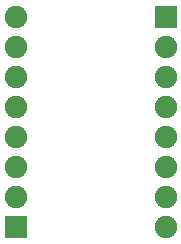
<source format=gbs>
G04 DipTrace 3.1.0.1*
G04 BOARD.gbs*
%MOIN*%
G04 #@! TF.FileFunction,Soldermask,Bot*
G04 #@! TF.Part,Single*
%ADD29C,0.074929*%
%ADD31R,0.074929X0.074929*%
%FSLAX26Y26*%
G04*
G70*
G90*
G75*
G01*
G04 BotMask*
%LPD*%
D31*
X456403Y525014D3*
D29*
Y625014D3*
Y725014D3*
Y825014D3*
Y925014D3*
Y1025014D3*
Y1125014D3*
Y1225014D3*
D31*
X956499Y1225249D3*
D29*
Y1125249D3*
Y1025249D3*
Y925249D3*
Y825249D3*
Y725249D3*
Y625249D3*
Y525249D3*
M02*

</source>
